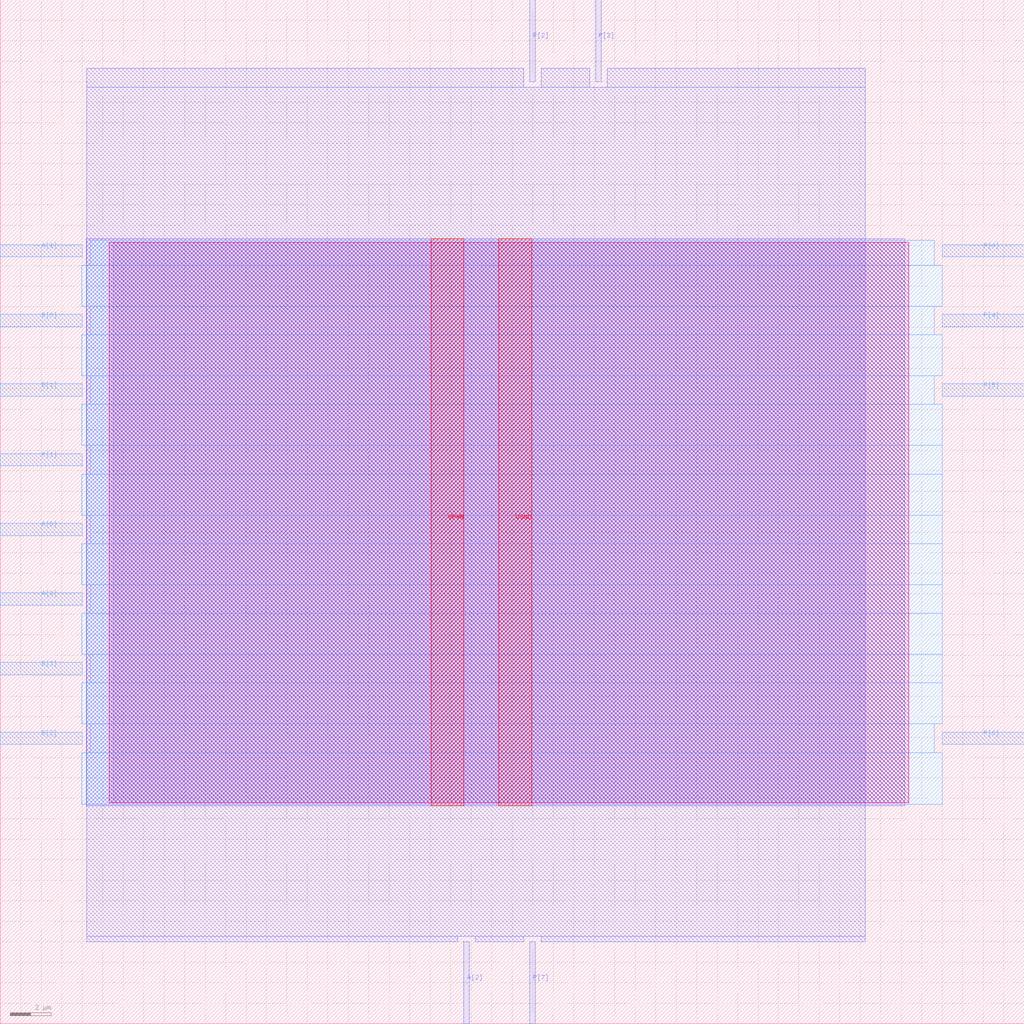
<source format=lef>
VERSION 5.7 ;
  NOWIREEXTENSIONATPIN ON ;
  DIVIDERCHAR "/" ;
  BUSBITCHARS "[]" ;
MACRO mult4_SarsaNStepsRuido_e9_SARSA_RUIDO_e9_SarsaNStepsRuido_e9_SARSA_RUIDO_e9
  CLASS BLOCK ;
  FOREIGN mult4_SarsaNStepsRuido_e9_SARSA_RUIDO_e9_SarsaNStepsRuido_e9_SARSA_RUIDO_e9 ;
  ORIGIN 0.000 0.000 ;
  SIZE 50.000 BY 50.000 ;
  PIN A[0]
    DIRECTION INPUT ;
    USE SIGNAL ;
    ANTENNAGATEAREA 0.126000 ;
    PORT
      LAYER met3 ;
        RECT 0.000 23.840 4.000 24.440 ;
    END
  END A[0]
  PIN A[1]
    DIRECTION INPUT ;
    USE SIGNAL ;
    ANTENNAGATEAREA 0.213000 ;
    PORT
      LAYER met3 ;
        RECT 0.000 37.440 4.000 38.040 ;
    END
  END A[1]
  PIN A[2]
    DIRECTION INPUT ;
    USE SIGNAL ;
    ANTENNAGATEAREA 0.196500 ;
    PORT
      LAYER met2 ;
        RECT 22.630 0.000 22.910 4.000 ;
    END
  END A[2]
  PIN A[3]
    DIRECTION INPUT ;
    USE SIGNAL ;
    ANTENNAGATEAREA 0.126000 ;
    PORT
      LAYER met3 ;
        RECT 0.000 20.440 4.000 21.040 ;
    END
  END A[3]
  PIN B[0]
    DIRECTION INPUT ;
    USE SIGNAL ;
    ANTENNAGATEAREA 0.213000 ;
    PORT
      LAYER met3 ;
        RECT 0.000 34.040 4.000 34.640 ;
    END
  END B[0]
  PIN B[1]
    DIRECTION INPUT ;
    USE SIGNAL ;
    ANTENNAGATEAREA 0.213000 ;
    PORT
      LAYER met3 ;
        RECT 0.000 30.640 4.000 31.240 ;
    END
  END B[1]
  PIN B[2]
    DIRECTION INPUT ;
    USE SIGNAL ;
    ANTENNAGATEAREA 0.196500 ;
    PORT
      LAYER met3 ;
        RECT 0.000 13.640 4.000 14.240 ;
    END
  END B[2]
  PIN B[3]
    DIRECTION INPUT ;
    USE SIGNAL ;
    ANTENNAGATEAREA 0.126000 ;
    PORT
      LAYER met3 ;
        RECT 0.000 17.040 4.000 17.640 ;
    END
  END B[3]
  PIN P[0]
    DIRECTION OUTPUT ;
    USE SIGNAL ;
    PORT
      LAYER met3 ;
        RECT 46.000 37.440 50.000 38.040 ;
    END
  END P[0]
  PIN P[1]
    DIRECTION OUTPUT ;
    USE SIGNAL ;
    ANTENNADIFFAREA 0.445500 ;
    PORT
      LAYER met3 ;
        RECT 0.000 27.240 4.000 27.840 ;
    END
  END P[1]
  PIN P[2]
    DIRECTION OUTPUT ;
    USE SIGNAL ;
    ANTENNADIFFAREA 0.445500 ;
    PORT
      LAYER met2 ;
        RECT 25.850 46.000 26.130 50.000 ;
    END
  END P[2]
  PIN P[3]
    DIRECTION OUTPUT ;
    USE SIGNAL ;
    ANTENNADIFFAREA 0.445500 ;
    PORT
      LAYER met2 ;
        RECT 29.070 46.000 29.350 50.000 ;
    END
  END P[3]
  PIN P[4]
    DIRECTION OUTPUT ;
    USE SIGNAL ;
    ANTENNADIFFAREA 0.445500 ;
    PORT
      LAYER met3 ;
        RECT 46.000 34.040 50.000 34.640 ;
    END
  END P[4]
  PIN P[5]
    DIRECTION OUTPUT ;
    USE SIGNAL ;
    ANTENNADIFFAREA 0.445500 ;
    PORT
      LAYER met3 ;
        RECT 46.000 30.640 50.000 31.240 ;
    END
  END P[5]
  PIN P[6]
    DIRECTION OUTPUT ;
    USE SIGNAL ;
    ANTENNADIFFAREA 0.445500 ;
    PORT
      LAYER met3 ;
        RECT 46.000 13.640 50.000 14.240 ;
    END
  END P[6]
  PIN P[7]
    DIRECTION OUTPUT ;
    USE SIGNAL ;
    ANTENNADIFFAREA 0.445500 ;
    PORT
      LAYER met2 ;
        RECT 25.850 0.000 26.130 4.000 ;
    END
  END P[7]
  PIN VGND
    DIRECTION INOUT ;
    USE GROUND ;
    PORT
      LAYER met4 ;
        RECT 24.340 10.640 25.940 38.320 ;
    END
  END VGND
  PIN VPWR
    DIRECTION INOUT ;
    USE POWER ;
    PORT
      LAYER met4 ;
        RECT 21.040 10.640 22.640 38.320 ;
    END
  END VPWR
  OBS
      LAYER nwell ;
        RECT 5.330 10.795 44.350 38.165 ;
      LAYER li1 ;
        RECT 5.520 10.795 44.160 38.165 ;
      LAYER met1 ;
        RECT 4.210 10.640 44.160 38.320 ;
      LAYER met2 ;
        RECT 4.230 45.720 25.570 46.650 ;
        RECT 26.410 45.720 28.790 46.650 ;
        RECT 29.630 45.720 42.230 46.650 ;
        RECT 4.230 4.280 42.230 45.720 ;
        RECT 4.230 4.000 22.350 4.280 ;
        RECT 23.190 4.000 25.570 4.280 ;
        RECT 26.410 4.000 42.230 4.280 ;
      LAYER met3 ;
        RECT 4.400 37.040 45.600 38.245 ;
        RECT 3.990 35.040 46.000 37.040 ;
        RECT 4.400 33.640 45.600 35.040 ;
        RECT 3.990 31.640 46.000 33.640 ;
        RECT 4.400 30.240 45.600 31.640 ;
        RECT 3.990 28.240 46.000 30.240 ;
        RECT 4.400 26.840 46.000 28.240 ;
        RECT 3.990 24.840 46.000 26.840 ;
        RECT 4.400 23.440 46.000 24.840 ;
        RECT 3.990 21.440 46.000 23.440 ;
        RECT 4.400 20.040 46.000 21.440 ;
        RECT 3.990 18.040 46.000 20.040 ;
        RECT 4.400 16.640 46.000 18.040 ;
        RECT 3.990 14.640 46.000 16.640 ;
        RECT 4.400 13.240 45.600 14.640 ;
        RECT 3.990 10.715 46.000 13.240 ;
  END
END mult4_SarsaNStepsRuido_e9_SARSA_RUIDO_e9_SarsaNStepsRuido_e9_SARSA_RUIDO_e9
END LIBRARY


</source>
